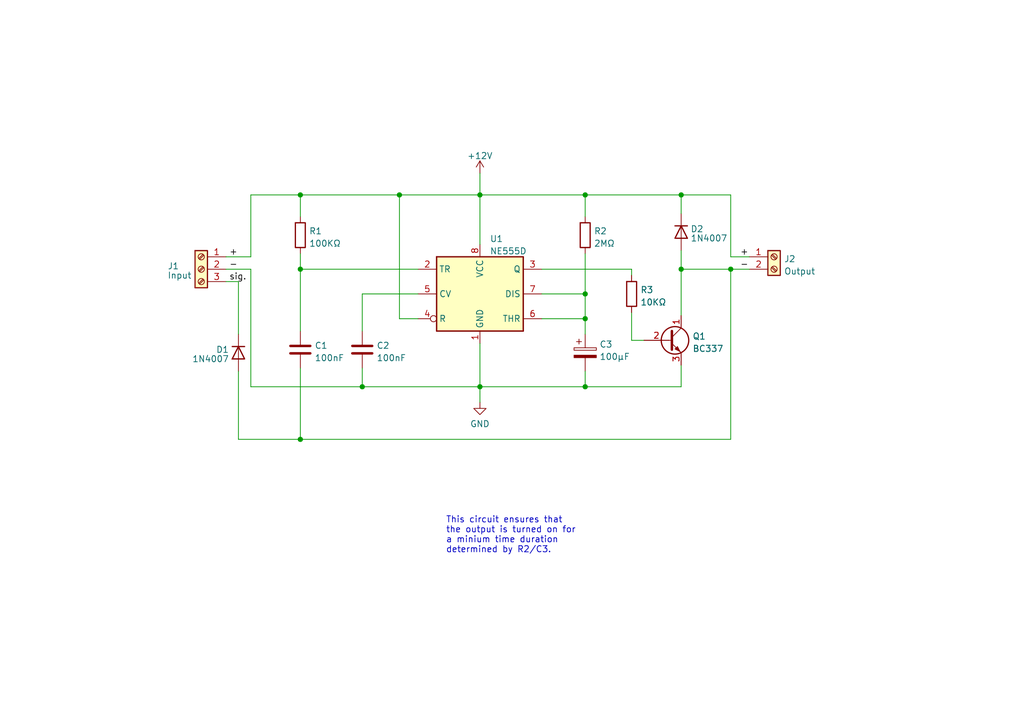
<source format=kicad_sch>
(kicad_sch (version 20211123) (generator eeschema)
  (paper "A5")
  (title_block (title "555 Delay Timer") (date "2024-10-12") (company "Copyright (C) 2024, Karim Hraibi"))
  (lib_symbols
    (symbol "Connector:Screw_Terminal_01x02" (pin_names (offset 1.016) hide)
      (property "Reference" "J" (at 0 2.54 0))
      (property "Value" "Screw_Terminal_01x02" (at 0 -5.08 0))
      (symbol "Screw_Terminal_01x02_1_1"
        (rectangle (start -1.27 1.27) (end 1.27 -3.81) (stroke (width 0.254)) (fill (type background)))
        (circle (center 0 -2.54) (radius 0.635) (stroke (width 0.1524)))
        (polyline (pts (xy -0.5334 -2.2098) (xy 0.3302 -3.048)) (stroke (width 0.1524)))
        (polyline (pts (xy -0.5334 0.3302) (xy 0.3302 -0.508)) (stroke (width 0.1524)))
        (polyline (pts (xy -0.3556 -2.032) (xy 0.508 -2.8702)) (stroke (width 0.1524)))
        (polyline (pts (xy -0.3556 0.508) (xy 0.508 -0.3302)) (stroke (width 0.1524)))
        (circle (center 0 0) (radius 0.635) (stroke (width 0.1524)))
        (pin passive line (at -5.08 0 0) (length 3.81) (name "Pin_1") (number "1"))
        (pin passive line (at -5.08 -2.54 0) (length 3.81) (name "Pin_2") (number "2"))
      )
    )
    (symbol "Connector:Screw_Terminal_01x03" (pin_names (offset 1.016) hide)
      (property "Reference" "J" (at 0 5.08 0))
      (property "Value" "Screw_Terminal_01x03" (at 0 -5.08 0))
      (symbol "Screw_Terminal_01x03_1_1"
        (rectangle (start -1.27 3.81) (end 1.27 -3.81) (stroke (width 0.254)) (fill (type background)))
        (circle (center 0 -2.54) (radius 0.635) (stroke (width 0.1524)))
        (polyline (pts (xy -0.5334 -2.2098) (xy 0.3302 -3.048)) (stroke (width 0.1524)))
        (polyline (pts (xy -0.5334 0.3302) (xy 0.3302 -0.508)) (stroke (width 0.1524)))
        (polyline (pts (xy -0.5334 2.8702) (xy 0.3302 2.032)) (stroke (width 0.1524)))
        (polyline (pts (xy -0.3556 -2.032) (xy 0.508 -2.8702)) (stroke (width 0.1524)))
        (polyline (pts (xy -0.3556 0.508) (xy 0.508 -0.3302)) (stroke (width 0.1524)))
        (polyline (pts (xy -0.3556 3.048) (xy 0.508 2.2098)) (stroke (width 0.1524)))
        (circle (center 0 0) (radius 0.635) (stroke (width 0.1524)))
        (circle (center 0 2.54) (radius 0.635) (stroke (width 0.1524)))
        (pin passive line (at -5.08 2.54 0) (length 3.81) (name "Pin_1") (number "1"))
        (pin passive line (at -5.08 0 0) (length 3.81) (name "Pin_2") (number "2"))
        (pin passive line (at -5.08 -2.54 0) (length 3.81) (name "Pin_3") (number "3"))
      )
    )
    (symbol "Device:C" (pin_numbers hide) (pin_names (offset 0.254))
      (property "Reference" "C" (at 0.635 2.54 0))
      (property "Value" "C" (at 0.635 -2.54 0))
      (symbol "C_0_1"
        (polyline (pts (xy -2.032 -0.762) (xy 2.032 -0.762)) (stroke (width 0.508)))
        (polyline (pts (xy -2.032 0.762) (xy 2.032 0.762)) (stroke (width 0.508)))
      )
      (symbol "C_1_1"
        (pin passive line (at 0 3.81 270) (length 2.794) (name "~") (number "1"))
        (pin passive line (at 0 -3.81 90) (length 2.794) (name "~") (number "2"))
      )
    )
    (symbol "Device:C_Polarized" (pin_numbers hide) (pin_names (offset 0.254))
      (property "Reference" "C" (at 0.635 2.54 0))
      (property "Value" "C_Polarized" (at 0.635 -2.54 0))
      (symbol "C_Polarized_0_1"
        (rectangle (start -2.286 0.508) (end 2.286 1.016))
        (polyline (pts (xy -1.778 2.286) (xy -0.762 2.286)))
        (polyline (pts (xy -1.27 2.794) (xy -1.27 1.778)))
        (rectangle (start 2.286 -0.508) (end -2.286 -1.016) (fill (type outline)))
      )
      (symbol "C_Polarized_1_1"
        (pin passive line (at 0 3.81 270) (length 2.794) (name "~") (number "1"))
        (pin passive line (at 0 -3.81 90) (length 2.794) (name "~") (number "2"))
      )
    )
    (symbol "Device:R" (pin_numbers hide) (pin_names (offset 0))
      (property "Reference" "R" (at 2.032 0 90))
      (property "Value" "R" (at 0 0 90))
      (symbol "R_0_1"
        (rectangle (start -1.016 -2.54) (end 1.016 2.54) (stroke (width 0.254)))
      )
      (symbol "R_1_1"
        (pin passive line (at 0 3.81 270) (length 1.27) (name "~") (number "1"))
        (pin passive line (at 0 -3.81 90) (length 1.27) (name "~") (number "2"))
      )
    )
    (symbol "Diode:1N4007" (pin_numbers hide) (pin_names (offset 1.016) hide)
      (property "Reference" "D" (at 0 2.54 0))
      (property "Value" "1N4007" (at 0 -2.54 0))
      (symbol "1N4007_0_1"
        (polyline (pts (xy -1.27 1.27) (xy -1.27 -1.27)) (stroke (width 0.254)))
        (polyline (pts (xy 1.27 0) (xy -1.27 0)))
        (polyline (pts (xy 1.27 1.27) (xy 1.27 -1.27) (xy -1.27 0) (xy 1.27 1.27)) (stroke (width 0.254)))
      )
      (symbol "1N4007_1_1"
        (pin passive line (at -3.81 0 0) (length 2.54) (name "K") (number "1"))
        (pin passive line (at 3.81 0 180) (length 2.54) (name "A") (number "2"))
      )
    )
    (symbol "Timer:NE555D"
      (property "Reference" "U" (at -10.16 8.89 0))
      (property "Value" "NE555D" (at 2.54 8.89 0))
      (symbol "NE555D_0_0"
        (pin power_in line (at 0 -10.16 90) (length 2.54) (name "GND") (number "1"))
        (pin power_in line (at 0 10.16 270) (length 2.54) (name "VCC") (number "8"))
      )
      (symbol "NE555D_0_1"
        (rectangle (start -8.89 -7.62) (end 8.89 7.62) (stroke (width 0.254)) (fill (type background)))
        (rectangle (start -8.89 -7.62) (end 8.89 7.62) (stroke (width 0.254)) (fill (type background)))
      )
      (symbol "NE555D_1_1"
        (pin input line (at -12.7 5.08 0) (length 3.81) (name "TR") (number "2"))
        (pin output line (at 12.7 5.08 180) (length 3.81) (name "Q") (number "3"))
        (pin input inverted (at -12.7 -5.08 0) (length 3.81) (name "R") (number "4"))
        (pin input line (at -12.7 0 0) (length 3.81) (name "CV") (number "5"))
        (pin input line (at 12.7 -5.08 180) (length 3.81) (name "THR") (number "6"))
        (pin input line (at 12.7 0 180) (length 3.81) (name "DIS") (number "7"))
      )
    )
    (symbol "Transistor_BJT:BC337" (pin_names (offset 0) hide)
      (property "Reference" "Q" (at 5.08 1.905 0))
      (property "Value" "BC337" (at 5.08 0 0))
      (symbol "BC337_0_1"
        (polyline (pts (xy 0 0) (xy 0.635 0)))
        (polyline (pts (xy 0.635 0.635) (xy 2.54 2.54)))
        (polyline (pts (xy 0.635 -0.635) (xy 2.54 -2.54) (xy 2.54 -2.54)))
        (polyline (pts (xy 0.635 1.905) (xy 0.635 -1.905) (xy 0.635 -1.905)) (stroke (width 0.508)))
        (polyline (pts (xy 1.27 -1.778) (xy 1.778 -1.27) (xy 2.286 -2.286) (xy 1.27 -1.778) (xy 1.27 -1.778)) (fill (type outline)))
        (circle (center 1.27 0) (radius 2.8194) (stroke (width 0.254)))
      )
      (symbol "BC337_1_1"
        (pin passive line (at 2.54 5.08 270) (length 2.54) (name "C") (number "1"))
        (pin input line (at -5.08 0 0) (length 5.08) (name "B") (number "2"))
        (pin passive line (at 2.54 -5.08 90) (length 2.54) (name "E") (number "3"))
      )
    )
    (symbol "power:+12V" (power) (pin_names (offset 0))
      (property "Value" "+12V" (at 0 3.556 0))
      (symbol "+12V_0_1"
        (polyline (pts (xy -0.762 1.27) (xy 0 2.54)))
        (polyline (pts (xy 0 0) (xy 0 2.54)))
        (polyline (pts (xy 0 2.54) (xy 0.762 1.27)))
      )
      (symbol "+12V_1_1"
        (pin power_in line (at 0 0 90) (length 0) hide (name "+12V") (number "1"))
      )
    )
    (symbol "power:GND" (power) (pin_names (offset 0))
      (property "Value" "GND" (at 0 -3.81 0))
      (symbol "GND_0_1"
        (polyline (pts (xy 0 0) (xy 0 -1.27) (xy 1.27 -1.27) (xy 0 -2.54) (xy -1.27 -1.27) (xy 0 -1.27)))
      )
      (symbol "GND_1_1"
        (pin power_in line (at 0 0 270) (length 0) hide (name "GND") (number "1"))
      )
    )
  )
  (junction (at 61.595 40.005))
  (junction (at 149.86 55.245))
  (junction (at 139.7 40.005))
  (junction (at 98.425 79.375))
  (junction (at 98.425 40.005))
  (junction (at 120.015 60.325))
  (junction (at 61.595 55.245))
  (junction (at 139.7 55.245))
  (junction (at 61.595 90.17))
  (junction (at 120.015 79.375))
  (junction (at 120.015 65.405))
  (junction (at 74.295 79.375))
  (junction (at 120.015 40.005))
  (junction (at 81.915 40.005))
  (wire (pts (xy 46.355 55.245) (xy 51.435 55.245)))
  (wire (pts (xy 98.425 79.375) (xy 98.425 82.55)))
  (wire (pts (xy 111.125 60.325) (xy 120.015 60.325)))
  (wire (pts (xy 139.7 51.435) (xy 139.7 55.245)))
  (wire (pts (xy 120.015 65.405) (xy 120.015 68.58)))
  (wire (pts (xy 61.595 75.565) (xy 61.595 90.17)))
  (wire (pts (xy 46.355 52.705) (xy 51.435 52.705)))
  (wire (pts (xy 139.7 74.93) (xy 139.7 79.375)))
  (wire (pts (xy 111.125 55.245) (xy 129.54 55.245)))
  (wire (pts (xy 120.015 76.2) (xy 120.015 79.375)))
  (wire (pts (xy 98.425 70.485) (xy 98.425 79.375)))
  (wire (pts (xy 51.435 55.245) (xy 51.435 79.375)))
  (wire (pts (xy 81.915 65.405) (xy 85.725 65.405)))
  (wire (pts (xy 51.435 40.005) (xy 51.435 52.705)))
  (wire (pts (xy 81.915 65.405) (xy 81.915 40.005)))
  (wire (pts (xy 98.425 40.005) (xy 98.425 50.165)))
  (wire (pts (xy 149.86 40.005) (xy 139.7 40.005)))
  (wire (pts (xy 81.915 40.005) (xy 98.425 40.005)))
  (wire (pts (xy 120.015 60.325) (xy 120.015 65.405)))
  (wire (pts (xy 51.435 40.005) (xy 61.595 40.005)))
  (wire (pts (xy 139.7 40.005) (xy 120.015 40.005)))
  (wire (pts (xy 51.435 79.375) (xy 74.295 79.375)))
  (wire (pts (xy 139.7 55.245) (xy 149.86 55.245)))
  (wire (pts (xy 61.595 55.245) (xy 85.725 55.245)))
  (wire (pts (xy 149.86 52.705) (xy 149.86 40.005)))
  (wire (pts (xy 61.595 67.945) (xy 61.595 55.245)))
  (wire (pts (xy 98.425 35.56) (xy 98.425 40.005)))
  (wire (pts (xy 48.895 90.17) (xy 61.595 90.17)))
  (wire (pts (xy 129.54 69.85) (xy 132.08 69.85)))
  (wire (pts (xy 129.54 64.135) (xy 129.54 69.85)))
  (wire (pts (xy 149.86 52.705) (xy 153.67 52.705)))
  (wire (pts (xy 74.295 60.325) (xy 74.295 67.945)))
  (wire (pts (xy 98.425 40.005) (xy 120.015 40.005)))
  (wire (pts (xy 61.595 52.07) (xy 61.595 55.245)))
  (wire (pts (xy 61.595 40.005) (xy 81.915 40.005)))
  (wire (pts (xy 120.015 40.005) (xy 120.015 44.45)))
  (wire (pts (xy 111.125 65.405) (xy 120.015 65.405)))
  (wire (pts (xy 46.355 57.785) (xy 48.895 57.785)))
  (wire (pts (xy 139.7 55.245) (xy 139.7 64.77)))
  (wire (pts (xy 120.015 52.07) (xy 120.015 60.325)))
  (wire (pts (xy 120.015 79.375) (xy 139.7 79.375)))
  (wire (pts (xy 48.895 76.2) (xy 48.895 90.17)))
  (wire (pts (xy 61.595 90.17) (xy 149.86 90.17)))
  (wire (pts (xy 120.015 79.375) (xy 98.425 79.375)))
  (wire (pts (xy 74.295 75.565) (xy 74.295 79.375)))
  (wire (pts (xy 149.86 90.17) (xy 149.86 55.245)))
  (wire (pts (xy 129.54 55.245) (xy 129.54 56.515)))
  (wire (pts (xy 139.7 40.005) (xy 139.7 43.815)))
  (wire (pts (xy 48.895 57.785) (xy 48.895 68.58)))
  (wire (pts (xy 61.595 44.45) (xy 61.595 40.005)))
  (wire (pts (xy 149.86 55.245) (xy 153.67 55.245)))
  (wire (pts (xy 85.725 60.325) (xy 74.295 60.325)))
  (wire (pts (xy 74.295 79.375) (xy 98.425 79.375)))
  (text "This circuit ensures that \nthe output is turned on for \na minium time duration \ndetermined by R2/C3." (at 91.44 113.665 0) (effects (font (size 1.27 1.27)) (justify left bottom)))
  (label "+" (at 151.765 52.705 0))
  (label "sig." (at 46.99 57.785 0))
  (label "-" (at 46.99 55.245 0))
  (label "-" (at 151.765 55.245 0))
  (label "+" (at 46.99 52.705 0))
  (symbol (lib_id "power:GND") (at 98.425 82.55 0) (unit 1)
    (property "Reference" "#PWR02" (effects hide))
    (property "Value" "GND" (at 98.425 86.9934 0))
  )
  (symbol (lib_id "Device:C") (at 61.595 71.755 0) (unit 1)
    (property "Reference" "C1" (at 64.516 70.9203 0) (effects (justify left)))
    (property "Value" "100nF" (at 64.516 73.4572 0) (effects (justify left)))
  )
  (symbol (lib_id "Connector:Screw_Terminal_01x03") (at 41.275 55.245 0) (mirror y) (unit 1)
    (property "Reference" "J1" (at 35.56 54.61 0))
    (property "Value" "Input" (at 36.83 56.515 0))
  )
  (symbol (lib_id "Device:C") (at 74.295 71.755 0) (unit 1)
    (property "Reference" "C2" (at 77.216 70.9203 0) (effects (justify left)))
    (property "Value" "100nF" (at 77.216 73.4572 0) (effects (justify left)))
  )
  (symbol (lib_id "Diode:1N4007") (at 48.895 72.39 90) (mirror x) (unit 1)
    (property "Reference" "D1" (at 46.99 71.755 90) (effects (justify left)))
    (property "Value" "1N4007" (at 46.99 73.66 90) (effects (justify left)))
    (property "Footprint" "Diode_THT:D_DO-41_SOD81_P10.16mm_Horizontal" (effects hide))
    (property "Datasheet" "http://www.vishay.com/docs/88503/1n4001.pdf" (effects hide))
  )
  (symbol (lib_id "Device:R") (at 129.54 60.325 180) (unit 1)
    (property "Reference" "R3" (at 131.318 59.4903 0) (effects (justify right)))
    (property "Value" "10KΩ" (at 131.318 62.0272 0) (effects (justify right)))
  )
  (symbol (lib_id "Connector:Screw_Terminal_01x02") (at 158.75 52.705 0) (unit 1)
    (property "Reference" "J2" (at 160.782 53.1403 0) (effects (justify left)))
    (property "Value" "Output" (at 160.782 55.6772 0) (effects (justify left)))
  )
  (symbol (lib_id "Timer:NE555D") (at 98.425 60.325 0) (unit 1)
    (property "Reference" "U1" (at 100.4444 49.0052 0) (effects (justify left)))
    (property "Value" "NE555D" (at 100.4444 51.5421 0) (effects (justify left)))
    (property "Footprint" "Package_SO:SOIC-8_3.9x4.9mm_P1.27mm" (effects hide))
    (property "Datasheet" "http://www.ti.com/lit/ds/symlink/ne555.pdf" (effects hide))
  )
  (symbol (lib_id "Diode:1N4007") (at 139.7 47.625 270) (unit 1)
    (property "Reference" "D2" (at 141.605 46.99 90) (effects (justify left)))
    (property "Value" "1N4007" (at 141.605 48.895 90) (effects (justify left)))
    (property "Footprint" "Diode_THT:D_DO-41_SOD81_P10.16mm_Horizontal" (effects hide))
    (property "Datasheet" "http://www.vishay.com/docs/88503/1n4001.pdf" (effects hide))
  )
  (symbol (lib_id "Transistor_BJT:BC337") (at 137.16 69.85 0) (unit 1)
    (property "Reference" "Q1" (at 142.0114 69.0153 0) (effects (justify left)))
    (property "Value" "BC337" (at 142.0114 71.5522 0) (effects (justify left)))
    (property "Footprint" "Package_TO_SOT_THT:TO-92_Inline" (effects hide))
    (property "Datasheet" "https://diotec.com/tl_files/diotec/files/pdf/datasheets/bc337.pdf" (effects hide))
  )
  (symbol (lib_id "Device:R") (at 120.015 48.26 0) (unit 1)
    (property "Reference" "R2" (at 121.793 47.4253 0) (effects (justify left)))
    (property "Value" "2MΩ" (at 121.793 49.9622 0) (effects (justify left)))
  )
  (symbol (lib_id "power:+12V") (at 98.425 35.56 0) (unit 1)
    (property "Reference" "#PWR01" (effects hide))
    (property "Value" "+12V" (at 98.425 31.9842 0))
  )
  (symbol (lib_id "Device:C_Polarized") (at 120.015 72.39 0) (unit 1)
    (property "Reference" "C3" (at 122.936 70.6663 0) (effects (justify left)))
    (property "Value" "100µF" (at 122.936 73.2032 0) (effects (justify left)))
  )
  (symbol (lib_id "Device:R") (at 61.595 48.26 0) (unit 1)
    (property "Reference" "R1" (at 63.373 47.4253 0) (effects (justify left)))
    (property "Value" "100KΩ" (at 63.373 49.9622 0) (effects (justify left)))
  )
)
</source>
